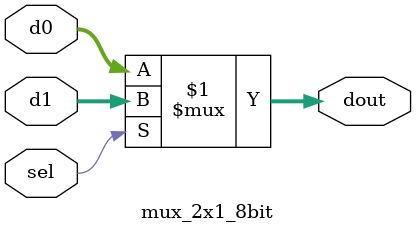
<source format=v>
module mux_2x1_8bit(dout,d0,d1,sel);
	output [7:0] dout;
	input [7:0] d0,d1;
	input sel;
	assign dout = sel ? d1 : d0;
endmodule
</source>
